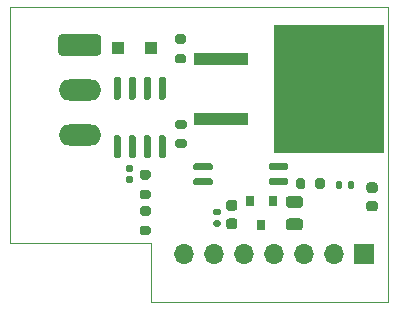
<source format=gbr>
%TF.GenerationSoftware,KiCad,Pcbnew,(5.1.8-0-10_14)*%
%TF.CreationDate,2020-11-27T12:30:10+01:00*%
%TF.ProjectId,FET_Driver,4645545f-4472-4697-9665-722e6b696361,rev?*%
%TF.SameCoordinates,Original*%
%TF.FileFunction,Soldermask,Top*%
%TF.FilePolarity,Negative*%
%FSLAX46Y46*%
G04 Gerber Fmt 4.6, Leading zero omitted, Abs format (unit mm)*
G04 Created by KiCad (PCBNEW (5.1.8-0-10_14)) date 2020-11-27 12:30:10*
%MOMM*%
%LPD*%
G01*
G04 APERTURE LIST*
%TA.AperFunction,Profile*%
%ADD10C,0.050000*%
%TD*%
%ADD11O,1.700000X1.700000*%
%ADD12R,1.700000X1.700000*%
%ADD13O,3.600000X1.800000*%
%ADD14R,0.800000X0.900000*%
%ADD15R,9.400000X10.800000*%
%ADD16R,4.600000X1.100000*%
%ADD17R,1.100000X1.100000*%
G04 APERTURE END LIST*
D10*
X140000000Y-68000000D02*
X140000000Y-73000000D01*
X108000000Y-68000000D02*
X140000000Y-68000000D01*
X108000000Y-73000000D02*
X108000000Y-68000000D01*
X120000000Y-88000000D02*
X108000000Y-88000000D01*
X120000000Y-93000000D02*
X120000000Y-88000000D01*
X108000000Y-73000000D02*
X108000000Y-88000000D01*
X140000000Y-93000000D02*
X140000000Y-73000000D01*
X120000000Y-93000000D02*
X140000000Y-93000000D01*
%TO.C,R105*%
G36*
G01*
X136630000Y-83265000D02*
X136630000Y-82895000D01*
G75*
G02*
X136765000Y-82760000I135000J0D01*
G01*
X137035000Y-82760000D01*
G75*
G02*
X137170000Y-82895000I0J-135000D01*
G01*
X137170000Y-83265000D01*
G75*
G02*
X137035000Y-83400000I-135000J0D01*
G01*
X136765000Y-83400000D01*
G75*
G02*
X136630000Y-83265000I0J135000D01*
G01*
G37*
G36*
G01*
X135610000Y-83265000D02*
X135610000Y-82895000D01*
G75*
G02*
X135745000Y-82760000I135000J0D01*
G01*
X136015000Y-82760000D01*
G75*
G02*
X136150000Y-82895000I0J-135000D01*
G01*
X136150000Y-83265000D01*
G75*
G02*
X136015000Y-83400000I-135000J0D01*
G01*
X135745000Y-83400000D01*
G75*
G02*
X135610000Y-83265000I0J135000D01*
G01*
G37*
%TD*%
D11*
%TO.C,J101*%
X122760000Y-88950000D03*
X125300000Y-88950000D03*
X127840000Y-88950000D03*
X130380000Y-88950000D03*
X132920000Y-88950000D03*
X135460000Y-88950000D03*
D12*
X138000000Y-88950000D03*
%TD*%
%TO.C,D102*%
G36*
G01*
X138926250Y-83730000D02*
X138413750Y-83730000D01*
G75*
G02*
X138195000Y-83511250I0J218750D01*
G01*
X138195000Y-83073750D01*
G75*
G02*
X138413750Y-82855000I218750J0D01*
G01*
X138926250Y-82855000D01*
G75*
G02*
X139145000Y-83073750I0J-218750D01*
G01*
X139145000Y-83511250D01*
G75*
G02*
X138926250Y-83730000I-218750J0D01*
G01*
G37*
G36*
G01*
X138926250Y-85305000D02*
X138413750Y-85305000D01*
G75*
G02*
X138195000Y-85086250I0J218750D01*
G01*
X138195000Y-84648750D01*
G75*
G02*
X138413750Y-84430000I218750J0D01*
G01*
X138926250Y-84430000D01*
G75*
G02*
X139145000Y-84648750I0J-218750D01*
G01*
X139145000Y-85086250D01*
G75*
G02*
X138926250Y-85305000I-218750J0D01*
G01*
G37*
%TD*%
D13*
%TO.C,J102*%
X113920000Y-78830000D03*
X113920000Y-75020000D03*
G36*
G01*
X112370000Y-70310000D02*
X115470000Y-70310000D01*
G75*
G02*
X115720000Y-70560000I0J-250000D01*
G01*
X115720000Y-71860000D01*
G75*
G02*
X115470000Y-72110000I-250000J0D01*
G01*
X112370000Y-72110000D01*
G75*
G02*
X112120000Y-71860000I0J250000D01*
G01*
X112120000Y-70560000D01*
G75*
G02*
X112370000Y-70310000I250000J0D01*
G01*
G37*
%TD*%
%TO.C,R901*%
G36*
G01*
X133875000Y-83225000D02*
X133875000Y-82675000D01*
G75*
G02*
X134075000Y-82475000I200000J0D01*
G01*
X134475000Y-82475000D01*
G75*
G02*
X134675000Y-82675000I0J-200000D01*
G01*
X134675000Y-83225000D01*
G75*
G02*
X134475000Y-83425000I-200000J0D01*
G01*
X134075000Y-83425000D01*
G75*
G02*
X133875000Y-83225000I0J200000D01*
G01*
G37*
G36*
G01*
X132225000Y-83225000D02*
X132225000Y-82675000D01*
G75*
G02*
X132425000Y-82475000I200000J0D01*
G01*
X132825000Y-82475000D01*
G75*
G02*
X133025000Y-82675000I0J-200000D01*
G01*
X133025000Y-83225000D01*
G75*
G02*
X132825000Y-83425000I-200000J0D01*
G01*
X132425000Y-83425000D01*
G75*
G02*
X132225000Y-83225000I0J200000D01*
G01*
G37*
%TD*%
%TO.C,C101*%
G36*
G01*
X125720000Y-85650000D02*
X125380000Y-85650000D01*
G75*
G02*
X125240000Y-85510000I0J140000D01*
G01*
X125240000Y-85230000D01*
G75*
G02*
X125380000Y-85090000I140000J0D01*
G01*
X125720000Y-85090000D01*
G75*
G02*
X125860000Y-85230000I0J-140000D01*
G01*
X125860000Y-85510000D01*
G75*
G02*
X125720000Y-85650000I-140000J0D01*
G01*
G37*
G36*
G01*
X125720000Y-86610000D02*
X125380000Y-86610000D01*
G75*
G02*
X125240000Y-86470000I0J140000D01*
G01*
X125240000Y-86190000D01*
G75*
G02*
X125380000Y-86050000I140000J0D01*
G01*
X125720000Y-86050000D01*
G75*
G02*
X125860000Y-86190000I0J-140000D01*
G01*
X125860000Y-86470000D01*
G75*
G02*
X125720000Y-86610000I-140000J0D01*
G01*
G37*
%TD*%
D14*
%TO.C,U603*%
X129300000Y-86450000D03*
X128350000Y-84450000D03*
X130250000Y-84450000D03*
%TD*%
%TO.C,R104*%
G36*
G01*
X119185000Y-83455000D02*
X119735000Y-83455000D01*
G75*
G02*
X119935000Y-83655000I0J-200000D01*
G01*
X119935000Y-84055000D01*
G75*
G02*
X119735000Y-84255000I-200000J0D01*
G01*
X119185000Y-84255000D01*
G75*
G02*
X118985000Y-84055000I0J200000D01*
G01*
X118985000Y-83655000D01*
G75*
G02*
X119185000Y-83455000I200000J0D01*
G01*
G37*
G36*
G01*
X119185000Y-81805000D02*
X119735000Y-81805000D01*
G75*
G02*
X119935000Y-82005000I0J-200000D01*
G01*
X119935000Y-82405000D01*
G75*
G02*
X119735000Y-82605000I-200000J0D01*
G01*
X119185000Y-82605000D01*
G75*
G02*
X118985000Y-82405000I0J200000D01*
G01*
X118985000Y-82005000D01*
G75*
G02*
X119185000Y-81805000I200000J0D01*
G01*
G37*
%TD*%
%TO.C,R103*%
G36*
G01*
X119195000Y-86535000D02*
X119745000Y-86535000D01*
G75*
G02*
X119945000Y-86735000I0J-200000D01*
G01*
X119945000Y-87135000D01*
G75*
G02*
X119745000Y-87335000I-200000J0D01*
G01*
X119195000Y-87335000D01*
G75*
G02*
X118995000Y-87135000I0J200000D01*
G01*
X118995000Y-86735000D01*
G75*
G02*
X119195000Y-86535000I200000J0D01*
G01*
G37*
G36*
G01*
X119195000Y-84885000D02*
X119745000Y-84885000D01*
G75*
G02*
X119945000Y-85085000I0J-200000D01*
G01*
X119945000Y-85485000D01*
G75*
G02*
X119745000Y-85685000I-200000J0D01*
G01*
X119195000Y-85685000D01*
G75*
G02*
X118995000Y-85485000I0J200000D01*
G01*
X118995000Y-85085000D01*
G75*
G02*
X119195000Y-84885000I200000J0D01*
G01*
G37*
%TD*%
%TO.C,R101*%
G36*
G01*
X122225000Y-79175000D02*
X122775000Y-79175000D01*
G75*
G02*
X122975000Y-79375000I0J-200000D01*
G01*
X122975000Y-79775000D01*
G75*
G02*
X122775000Y-79975000I-200000J0D01*
G01*
X122225000Y-79975000D01*
G75*
G02*
X122025000Y-79775000I0J200000D01*
G01*
X122025000Y-79375000D01*
G75*
G02*
X122225000Y-79175000I200000J0D01*
G01*
G37*
G36*
G01*
X122225000Y-77525000D02*
X122775000Y-77525000D01*
G75*
G02*
X122975000Y-77725000I0J-200000D01*
G01*
X122975000Y-78125000D01*
G75*
G02*
X122775000Y-78325000I-200000J0D01*
G01*
X122225000Y-78325000D01*
G75*
G02*
X122025000Y-78125000I0J200000D01*
G01*
X122025000Y-77725000D01*
G75*
G02*
X122225000Y-77525000I200000J0D01*
G01*
G37*
%TD*%
%TO.C,C605*%
G36*
G01*
X126550000Y-85900000D02*
X127050000Y-85900000D01*
G75*
G02*
X127275000Y-86125000I0J-225000D01*
G01*
X127275000Y-86575000D01*
G75*
G02*
X127050000Y-86800000I-225000J0D01*
G01*
X126550000Y-86800000D01*
G75*
G02*
X126325000Y-86575000I0J225000D01*
G01*
X126325000Y-86125000D01*
G75*
G02*
X126550000Y-85900000I225000J0D01*
G01*
G37*
G36*
G01*
X126550000Y-84350000D02*
X127050000Y-84350000D01*
G75*
G02*
X127275000Y-84575000I0J-225000D01*
G01*
X127275000Y-85025000D01*
G75*
G02*
X127050000Y-85250000I-225000J0D01*
G01*
X126550000Y-85250000D01*
G75*
G02*
X126325000Y-85025000I0J225000D01*
G01*
X126325000Y-84575000D01*
G75*
G02*
X126550000Y-84350000I225000J0D01*
G01*
G37*
%TD*%
%TO.C,C603*%
G36*
G01*
X132575000Y-85000000D02*
X131625000Y-85000000D01*
G75*
G02*
X131375000Y-84750000I0J250000D01*
G01*
X131375000Y-84250000D01*
G75*
G02*
X131625000Y-84000000I250000J0D01*
G01*
X132575000Y-84000000D01*
G75*
G02*
X132825000Y-84250000I0J-250000D01*
G01*
X132825000Y-84750000D01*
G75*
G02*
X132575000Y-85000000I-250000J0D01*
G01*
G37*
G36*
G01*
X132575000Y-86900000D02*
X131625000Y-86900000D01*
G75*
G02*
X131375000Y-86650000I0J250000D01*
G01*
X131375000Y-86150000D01*
G75*
G02*
X131625000Y-85900000I250000J0D01*
G01*
X132575000Y-85900000D01*
G75*
G02*
X132825000Y-86150000I0J-250000D01*
G01*
X132825000Y-86650000D01*
G75*
G02*
X132575000Y-86900000I-250000J0D01*
G01*
G37*
%TD*%
%TO.C,C102*%
G36*
G01*
X117960000Y-82340000D02*
X118300000Y-82340000D01*
G75*
G02*
X118440000Y-82480000I0J-140000D01*
G01*
X118440000Y-82760000D01*
G75*
G02*
X118300000Y-82900000I-140000J0D01*
G01*
X117960000Y-82900000D01*
G75*
G02*
X117820000Y-82760000I0J140000D01*
G01*
X117820000Y-82480000D01*
G75*
G02*
X117960000Y-82340000I140000J0D01*
G01*
G37*
G36*
G01*
X117960000Y-81380000D02*
X118300000Y-81380000D01*
G75*
G02*
X118440000Y-81520000I0J-140000D01*
G01*
X118440000Y-81800000D01*
G75*
G02*
X118300000Y-81940000I-140000J0D01*
G01*
X117960000Y-81940000D01*
G75*
G02*
X117820000Y-81800000I0J140000D01*
G01*
X117820000Y-81520000D01*
G75*
G02*
X117960000Y-81380000I140000J0D01*
G01*
G37*
%TD*%
D15*
%TO.C,Q101*%
X135000000Y-74900000D03*
D16*
X125850000Y-77440000D03*
X125850000Y-72360000D03*
%TD*%
%TO.C,U102*%
G36*
G01*
X120755000Y-78850000D02*
X121055000Y-78850000D01*
G75*
G02*
X121205000Y-79000000I0J-150000D01*
G01*
X121205000Y-80650000D01*
G75*
G02*
X121055000Y-80800000I-150000J0D01*
G01*
X120755000Y-80800000D01*
G75*
G02*
X120605000Y-80650000I0J150000D01*
G01*
X120605000Y-79000000D01*
G75*
G02*
X120755000Y-78850000I150000J0D01*
G01*
G37*
G36*
G01*
X119485000Y-78850000D02*
X119785000Y-78850000D01*
G75*
G02*
X119935000Y-79000000I0J-150000D01*
G01*
X119935000Y-80650000D01*
G75*
G02*
X119785000Y-80800000I-150000J0D01*
G01*
X119485000Y-80800000D01*
G75*
G02*
X119335000Y-80650000I0J150000D01*
G01*
X119335000Y-79000000D01*
G75*
G02*
X119485000Y-78850000I150000J0D01*
G01*
G37*
G36*
G01*
X118215000Y-78850000D02*
X118515000Y-78850000D01*
G75*
G02*
X118665000Y-79000000I0J-150000D01*
G01*
X118665000Y-80650000D01*
G75*
G02*
X118515000Y-80800000I-150000J0D01*
G01*
X118215000Y-80800000D01*
G75*
G02*
X118065000Y-80650000I0J150000D01*
G01*
X118065000Y-79000000D01*
G75*
G02*
X118215000Y-78850000I150000J0D01*
G01*
G37*
G36*
G01*
X116945000Y-78850000D02*
X117245000Y-78850000D01*
G75*
G02*
X117395000Y-79000000I0J-150000D01*
G01*
X117395000Y-80650000D01*
G75*
G02*
X117245000Y-80800000I-150000J0D01*
G01*
X116945000Y-80800000D01*
G75*
G02*
X116795000Y-80650000I0J150000D01*
G01*
X116795000Y-79000000D01*
G75*
G02*
X116945000Y-78850000I150000J0D01*
G01*
G37*
G36*
G01*
X116945000Y-73900000D02*
X117245000Y-73900000D01*
G75*
G02*
X117395000Y-74050000I0J-150000D01*
G01*
X117395000Y-75700000D01*
G75*
G02*
X117245000Y-75850000I-150000J0D01*
G01*
X116945000Y-75850000D01*
G75*
G02*
X116795000Y-75700000I0J150000D01*
G01*
X116795000Y-74050000D01*
G75*
G02*
X116945000Y-73900000I150000J0D01*
G01*
G37*
G36*
G01*
X118215000Y-73900000D02*
X118515000Y-73900000D01*
G75*
G02*
X118665000Y-74050000I0J-150000D01*
G01*
X118665000Y-75700000D01*
G75*
G02*
X118515000Y-75850000I-150000J0D01*
G01*
X118215000Y-75850000D01*
G75*
G02*
X118065000Y-75700000I0J150000D01*
G01*
X118065000Y-74050000D01*
G75*
G02*
X118215000Y-73900000I150000J0D01*
G01*
G37*
G36*
G01*
X119485000Y-73900000D02*
X119785000Y-73900000D01*
G75*
G02*
X119935000Y-74050000I0J-150000D01*
G01*
X119935000Y-75700000D01*
G75*
G02*
X119785000Y-75850000I-150000J0D01*
G01*
X119485000Y-75850000D01*
G75*
G02*
X119335000Y-75700000I0J150000D01*
G01*
X119335000Y-74050000D01*
G75*
G02*
X119485000Y-73900000I150000J0D01*
G01*
G37*
G36*
G01*
X120755000Y-73900000D02*
X121055000Y-73900000D01*
G75*
G02*
X121205000Y-74050000I0J-150000D01*
G01*
X121205000Y-75700000D01*
G75*
G02*
X121055000Y-75850000I-150000J0D01*
G01*
X120755000Y-75850000D01*
G75*
G02*
X120605000Y-75700000I0J150000D01*
G01*
X120605000Y-74050000D01*
G75*
G02*
X120755000Y-73900000I150000J0D01*
G01*
G37*
%TD*%
%TO.C,U101*%
G36*
G01*
X125175000Y-82635000D02*
X125175000Y-82935000D01*
G75*
G02*
X125025000Y-83085000I-150000J0D01*
G01*
X123700000Y-83085000D01*
G75*
G02*
X123550000Y-82935000I0J150000D01*
G01*
X123550000Y-82635000D01*
G75*
G02*
X123700000Y-82485000I150000J0D01*
G01*
X125025000Y-82485000D01*
G75*
G02*
X125175000Y-82635000I0J-150000D01*
G01*
G37*
G36*
G01*
X125175000Y-81365000D02*
X125175000Y-81665000D01*
G75*
G02*
X125025000Y-81815000I-150000J0D01*
G01*
X123700000Y-81815000D01*
G75*
G02*
X123550000Y-81665000I0J150000D01*
G01*
X123550000Y-81365000D01*
G75*
G02*
X123700000Y-81215000I150000J0D01*
G01*
X125025000Y-81215000D01*
G75*
G02*
X125175000Y-81365000I0J-150000D01*
G01*
G37*
G36*
G01*
X131550000Y-81365000D02*
X131550000Y-81665000D01*
G75*
G02*
X131400000Y-81815000I-150000J0D01*
G01*
X130075000Y-81815000D01*
G75*
G02*
X129925000Y-81665000I0J150000D01*
G01*
X129925000Y-81365000D01*
G75*
G02*
X130075000Y-81215000I150000J0D01*
G01*
X131400000Y-81215000D01*
G75*
G02*
X131550000Y-81365000I0J-150000D01*
G01*
G37*
G36*
G01*
X131550000Y-82635000D02*
X131550000Y-82935000D01*
G75*
G02*
X131400000Y-83085000I-150000J0D01*
G01*
X130075000Y-83085000D01*
G75*
G02*
X129925000Y-82935000I0J150000D01*
G01*
X129925000Y-82635000D01*
G75*
G02*
X130075000Y-82485000I150000J0D01*
G01*
X131400000Y-82485000D01*
G75*
G02*
X131550000Y-82635000I0J-150000D01*
G01*
G37*
%TD*%
%TO.C,R102*%
G36*
G01*
X122725000Y-71125000D02*
X122175000Y-71125000D01*
G75*
G02*
X121975000Y-70925000I0J200000D01*
G01*
X121975000Y-70525000D01*
G75*
G02*
X122175000Y-70325000I200000J0D01*
G01*
X122725000Y-70325000D01*
G75*
G02*
X122925000Y-70525000I0J-200000D01*
G01*
X122925000Y-70925000D01*
G75*
G02*
X122725000Y-71125000I-200000J0D01*
G01*
G37*
G36*
G01*
X122725000Y-72775000D02*
X122175000Y-72775000D01*
G75*
G02*
X121975000Y-72575000I0J200000D01*
G01*
X121975000Y-72175000D01*
G75*
G02*
X122175000Y-71975000I200000J0D01*
G01*
X122725000Y-71975000D01*
G75*
G02*
X122925000Y-72175000I0J-200000D01*
G01*
X122925000Y-72575000D01*
G75*
G02*
X122725000Y-72775000I-200000J0D01*
G01*
G37*
%TD*%
D17*
%TO.C,D101*%
X117150000Y-71500000D03*
X119950000Y-71500000D03*
%TD*%
M02*

</source>
